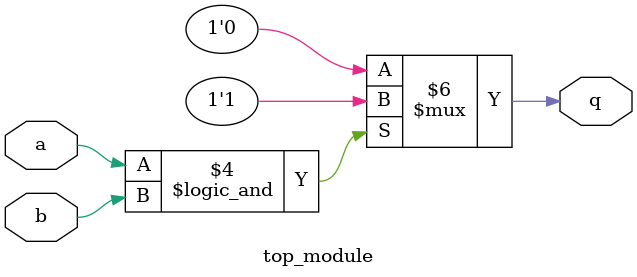
<source format=sv>
module top_module (
    input a,
    input b,
    output reg q
);

always @(*) begin
    if (a == 1'b1 && b == 1'b1) begin
        q = 1'b1;
    end else begin
        q = 1'b0;
    end
end

endmodule

</source>
